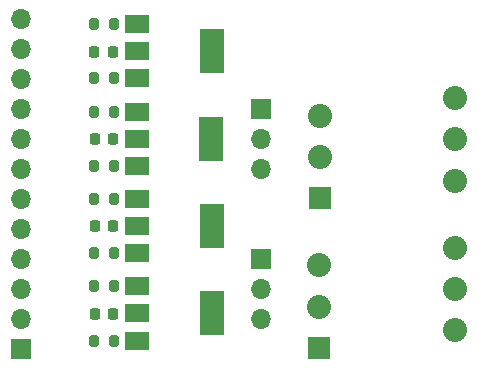
<source format=gts>
G04 #@! TF.GenerationSoftware,KiCad,Pcbnew,(6.0.0)*
G04 #@! TF.CreationDate,2022-04-16T22:58:20-07:00*
G04 #@! TF.ProjectId,Output Module,4f757470-7574-4204-9d6f-64756c652e6b,rev?*
G04 #@! TF.SameCoordinates,Original*
G04 #@! TF.FileFunction,Soldermask,Top*
G04 #@! TF.FilePolarity,Negative*
%FSLAX46Y46*%
G04 Gerber Fmt 4.6, Leading zero omitted, Abs format (unit mm)*
G04 Created by KiCad (PCBNEW (6.0.0)) date 2022-04-16 22:58:20*
%MOMM*%
%LPD*%
G01*
G04 APERTURE LIST*
G04 Aperture macros list*
%AMRoundRect*
0 Rectangle with rounded corners*
0 $1 Rounding radius*
0 $2 $3 $4 $5 $6 $7 $8 $9 X,Y pos of 4 corners*
0 Add a 4 corners polygon primitive as box body*
4,1,4,$2,$3,$4,$5,$6,$7,$8,$9,$2,$3,0*
0 Add four circle primitives for the rounded corners*
1,1,$1+$1,$2,$3*
1,1,$1+$1,$4,$5*
1,1,$1+$1,$6,$7*
1,1,$1+$1,$8,$9*
0 Add four rect primitives between the rounded corners*
20,1,$1+$1,$2,$3,$4,$5,0*
20,1,$1+$1,$4,$5,$6,$7,0*
20,1,$1+$1,$6,$7,$8,$9,0*
20,1,$1+$1,$8,$9,$2,$3,0*%
G04 Aperture macros list end*
%ADD10R,1.900000X1.900000*%
%ADD11C,2.032000*%
%ADD12C,2.032098*%
%ADD13RoundRect,0.218750X0.218750X0.256250X-0.218750X0.256250X-0.218750X-0.256250X0.218750X-0.256250X0*%
%ADD14RoundRect,0.200000X-0.200000X-0.275000X0.200000X-0.275000X0.200000X0.275000X-0.200000X0.275000X0*%
%ADD15R,1.700000X1.700000*%
%ADD16O,1.700000X1.700000*%
%ADD17R,2.000000X1.500000*%
%ADD18R,2.000000X3.800000*%
G04 APERTURE END LIST*
D10*
X129370000Y-101510000D03*
D11*
X129370000Y-98010000D03*
X129370000Y-94510000D03*
X140870000Y-100010000D03*
X140870000Y-96510000D03*
D12*
X140870000Y-93010000D03*
D10*
X129380000Y-88830000D03*
D11*
X129380000Y-85330000D03*
X129380000Y-81830000D03*
X140880000Y-87330000D03*
X140880000Y-83830000D03*
D12*
X140880000Y-80330000D03*
D13*
X111883500Y-76417000D03*
X110308500Y-76417000D03*
X111903500Y-83817000D03*
X110328500Y-83817000D03*
X111923500Y-91207000D03*
X110348500Y-91207000D03*
X111923500Y-98617000D03*
X110348500Y-98617000D03*
D14*
X110301000Y-78677000D03*
X111951000Y-78677000D03*
X110321000Y-74087000D03*
X111971000Y-74087000D03*
X110291000Y-86077000D03*
X111941000Y-86077000D03*
X110311000Y-81487000D03*
X111961000Y-81487000D03*
D15*
X124460000Y-81280000D03*
D16*
X124460000Y-83820000D03*
X124460000Y-86360000D03*
D14*
X110291000Y-93477000D03*
X111941000Y-93477000D03*
X110291000Y-88897000D03*
X111941000Y-88897000D03*
X110321000Y-100917000D03*
X111971000Y-100917000D03*
X110311000Y-96297000D03*
X111961000Y-96297000D03*
D17*
X113936000Y-74082000D03*
X113936000Y-76382000D03*
X113936000Y-78682000D03*
D18*
X120236000Y-76382000D03*
X120236000Y-91182000D03*
D17*
X113936000Y-93482000D03*
X113936000Y-91182000D03*
X113936000Y-88882000D03*
D15*
X124460000Y-93980000D03*
D16*
X124460000Y-96520000D03*
X124460000Y-99060000D03*
D17*
X113926000Y-81492000D03*
X113926000Y-83792000D03*
X113926000Y-86092000D03*
D18*
X120226000Y-83792000D03*
D15*
X104140000Y-101600000D03*
D16*
X104140000Y-99060000D03*
X104140000Y-96520000D03*
X104140000Y-93980000D03*
X104140000Y-91440000D03*
X104140000Y-88900000D03*
X104140000Y-86360000D03*
X104140000Y-83820000D03*
X104140000Y-81280000D03*
X104140000Y-78740000D03*
X104140000Y-76200000D03*
X104140000Y-73660000D03*
D17*
X113936000Y-96282000D03*
X113936000Y-98582000D03*
X113936000Y-100882000D03*
D18*
X120236000Y-98582000D03*
M02*

</source>
